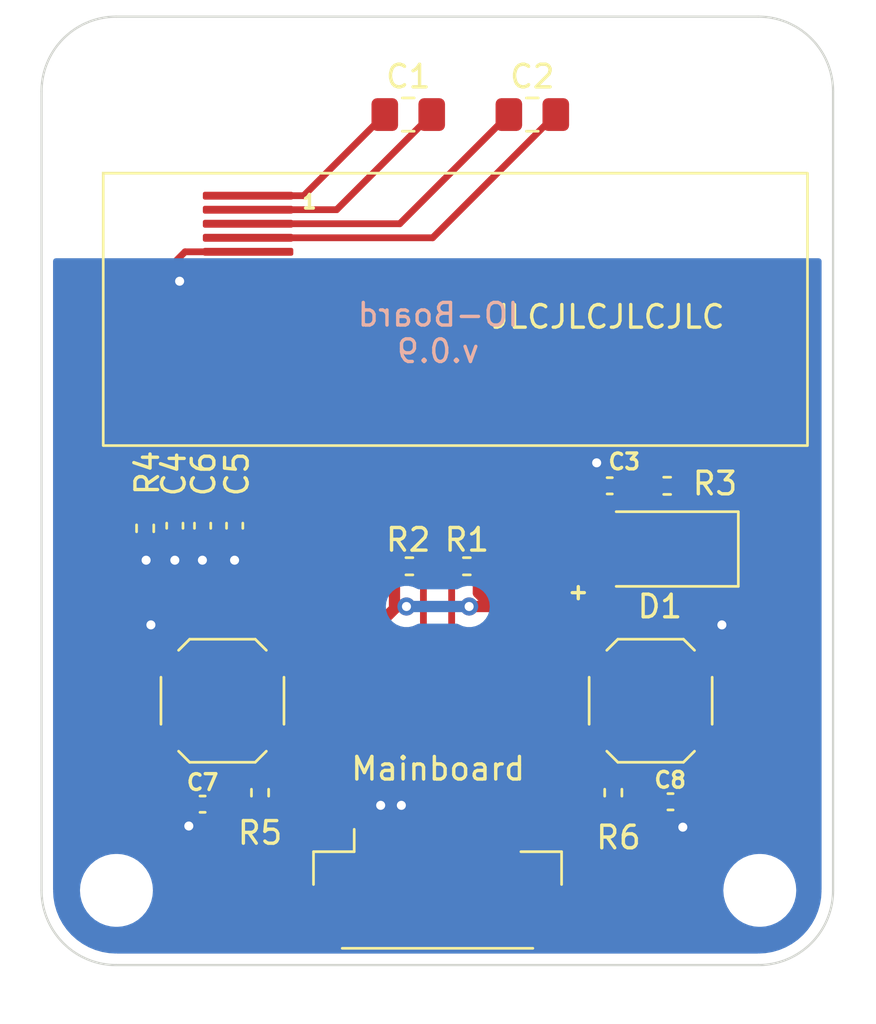
<source format=kicad_pcb>
(kicad_pcb (version 20211014) (generator pcbnew)
  (layers (0 "F.Cu" signal) (31 "B.Cu" power) (34 "B.Paste" user) (35 "F.Paste" user) (36 "B.SilkS" user "B.Silkscreen") (37 "F.SilkS" user "F.Silkscreen") (38 "B.Mask" user) (39 "F.Mask" user) (44 "Edge.Cuts" user))
  (net 0 "")
  (net 1 "Net-(C1-Pad1)")
  (net 2 "Net-(C1-Pad2)")
  (net 3 "Net-(C2-Pad1)")
  (net 4 "Net-(C2-Pad2)")
  (net 5 "/RESET")
  (net 6 "GND")
  (net 7 "Net-(C4-Pad1)")
  (net 8 "Net-(C5-Pad1)")
  (net 9 "/Btn_L")
  (net 10 "/Btn_R")
  (net 11 "+3.3V")
  (net 12 "/SDA")
  (net 13 "/SCK")
  (net 14 "Net-(J2-Pad12)")
  (net 15 "Net-(R5-Pad1)")
  (net 16 "Net-(R6-Pad1)")
  (footprint "Connector_JST:JST_GH_SM06B-GHS-TB_1x06-1MP_P1.25mm_Horizontal" (layer "F.Cu") (at 97.5106 118.618)
    (fp_text reference "J1")
    (fp_text value "Conn_01x06_Male")
    (fp_line (start -4.215 2.56) (end 4.215 2.56) (layer "F.SilkS") (width 0.12))
    (fp_line (start -5.485 -0.26) (end -5.485 -1.71) (layer "F.SilkS") (width 0.12))
    (fp_line (start 5.485 -0.26) (end 5.485 -1.71) (layer "F.SilkS") (width 0.12))
    (fp_line (start 5.485 -1.71) (end 3.685 -1.71) (layer "F.SilkS") (width 0.12))
    (fp_line (start -3.685 -1.71) (end -3.685 -2.7) (layer "F.SilkS") (width 0.12))
    (fp_line (start -5.485 -1.71) (end -3.685 -1.71) (layer "F.SilkS") (width 0.12))
    (pad "1" smd roundrect (at -3.125 -1.85) (size 0.6 1.7) (layers "F.Cu" "F.Paste" "F.Mask") (net 11 "+3.3V"))
    (pad "2" smd roundrect (at -1.875 -1.85) (size 0.6 1.7) (layers "F.Cu" "F.Paste" "F.Mask") (net 6 "GND"))
    (pad "3" smd roundrect (at -0.625 -1.85) (size 0.6 1.7) (layers "F.Cu" "F.Paste" "F.Mask") (net 12 "/SDA"))
    (pad "4" smd roundrect (at 0.625 -1.85) (size 0.6 1.7) (layers "F.Cu" "F.Paste" "F.Mask") (net 13 "/SCK"))
    (pad "5" smd roundrect (at 1.875 -1.85) (size 0.6 1.7) (layers "F.Cu" "F.Paste" "F.Mask") (net 9 "/Btn_L"))
    (pad "6" smd roundrect (at 3.125 -1.85) (size 0.6 1.7) (layers "F.Cu" "F.Paste" "F.Mask") (net 10 "/Btn_R"))
    (pad "MP" smd roundrect (at -4.975 1.35) (size 1 2.7) (layers "F.Cu" "F.Paste" "F.Mask"))
    (pad "MP" smd roundrect (at 4.975 1.35) (size 1 2.7) (layers "F.Cu" "F.Paste" "F.Mask"))
  )
  (footprint "Capacitor_SMD:C_0402_1005Metric_Pad0.74x0.62mm_HandSolder" (layer "F.Cu") (at 107.811835 114.702 180)
    (fp_text reference "C8" (at 0.014235 0.9608) (layer "F.SilkS") (effects (font (size 0.7 0.7))))
    (fp_text value "0.1u")
    (fp_line (start -0.115835 -0.36) (end 0.115835 -0.36) (layer "F.SilkS") (width 0.12))
    (fp_line (start -0.115835 0.36) (end 0.115835 0.36) (layer "F.SilkS") (width 0.12))
    (pad "1" smd roundrect (at -0.5675 0 180) (size 0.735 0.62) (layers "F.Cu" "F.Paste" "F.Mask") (net 6 "GND"))
    (pad "2" smd roundrect (at 0.5675 0 180) (size 0.735 0.62) (layers "F.Cu" "F.Paste" "F.Mask") (net 10 "/Btn_R"))
  )
  (footprint "Capacitor_SMD:C_0805_2012Metric_Pad1.18x1.45mm_HandSolder" (layer "F.Cu") (at 96.2152 84.328)
    (fp_text reference "C1" (at 0 -1.68) (layer "F.SilkS"))
    (fp_text value "1u")
    (fp_line (start -0.261252 0.735) (end 0.261252 0.735) (layer "F.SilkS") (width 0.12))
    (fp_line (start -0.261252 -0.735) (end 0.261252 -0.735) (layer "F.SilkS") (width 0.12))
    (pad "1" smd roundrect (at -1.0375 0) (size 1.175 1.45) (layers "F.Cu" "F.Paste" "F.Mask") (roundrect_rratio 0.2127659574) (net 1 "Net-(C1-Pad1)"))
    (pad "2" smd roundrect (at 1.0375 0) (size 1.175 1.45) (layers "F.Cu" "F.Paste" "F.Mask") (roundrect_rratio 0.2127659574) (net 2 "Net-(C1-Pad2)"))
  )
  (footprint "Resistor_SMD:R_0402_1005Metric" (layer "F.Cu") (at 89.662 114.3 -90)
    (fp_text reference "R5" (at 1.778 0 180) (layer "F.SilkS"))
    (fp_text value "4.7K")
    (fp_line (start -0.153641 0.38) (end 0.153641 0.38) (layer "F.SilkS") (width 0.12))
    (fp_line (start -0.153641 -0.38) (end 0.153641 -0.38) (layer "F.SilkS") (width 0.12))
    (pad "1" smd roundrect (at -0.51 0 270) (size 0.54 0.64) (layers "F.Cu" "F.Paste" "F.Mask") (net 15 "Net-(R5-Pad1)"))
    (pad "2" smd roundrect (at 0.51 0 270) (size 0.54 0.64) (layers "F.Cu" "F.Paste" "F.Mask") (net 9 "/Btn_L"))
  )
  (footprint "Diode_SMD:D_SMA" (layer "F.Cu") (at 107.41 103.5304 180)
    (fp_text reference "D1" (at 0.0696 -2.54) (layer "F.SilkS"))
    (fp_text value "SS14")
    (fp_line (start -3.4 -1.65) (end 2 -1.65) (layer "F.SilkS") (width 0.12))
    (fp_line (start -3.4 -1.65) (end -3.4 1.65) (layer "F.SilkS") (width 0.12))
    (fp_line (start -3.4 1.65) (end 2 1.65) (layer "F.SilkS") (width 0.12))
    (pad "1" smd rect (at -2 0 180) (size 2.5 1.8) (layers "F.Cu" "F.Paste" "F.Mask") (net 11 "+3.3V"))
    (pad "2" smd rect (at 2 0 180) (size 2.5 1.8) (layers "F.Cu" "F.Paste" "F.Mask") (net 5 "/RESET"))
  )
  (footprint "Capacitor_SMD:C_0402_1005Metric_Pad0.74x0.62mm_HandSolder" (layer "F.Cu") (at 87.122 102.500165 -90)
    (fp_text reference "C6" (at -2.286 -0.042 90) (layer "F.SilkS"))
    (fp_text value "0.1u")
    (fp_line (start -0.115835 0.36) (end 0.115835 0.36) (layer "F.SilkS") (width 0.12))
    (fp_line (start -0.115835 -0.36) (end 0.115835 -0.36) (layer "F.SilkS") (width 0.12))
    (pad "1" smd roundrect (at -0.5675 0 270) (size 0.735 0.62) (layers "F.Cu" "F.Paste" "F.Mask") (net 8 "Net-(C5-Pad1)"))
    (pad "2" smd roundrect (at 0.5675 0 270) (size 0.735 0.62) (layers "F.Cu" "F.Paste" "F.Mask") (net 6 "GND"))
  )
  (footprint "Resistor_SMD:R_0402_1005Metric" (layer "F.Cu") (at 98.806 104.2924)
    (fp_text reference "R1" (at 0 -1.17) (layer "F.SilkS"))
    (fp_text value "4.7K")
    (fp_line (start -0.153641 -0.38) (end 0.153641 -0.38) (layer "F.SilkS") (width 0.12))
    (fp_line (start -0.153641 0.38) (end 0.153641 0.38) (layer "F.SilkS") (width 0.12))
    (pad "1" smd roundrect (at -0.51 0) (size 0.54 0.64) (layers "F.Cu" "F.Paste" "F.Mask") (net 13 "/SCK"))
    (pad "2" smd roundrect (at 0.51 0) (size 0.54 0.64) (layers "F.Cu" "F.Paste" "F.Mask") (net 11 "+3.3V"))
  )
  (footprint "Resistor_SMD:R_0402_1005Metric" (layer "F.Cu") (at 107.664 100.7364)
    (fp_text reference "R3" (at 2.1148 -0.1016) (layer "F.SilkS"))
    (fp_text value "4.7K")
    (fp_line (start -0.153641 0.38) (end 0.153641 0.38) (layer "F.SilkS") (width 0.12))
    (fp_line (start -0.153641 -0.38) (end 0.153641 -0.38) (layer "F.SilkS") (width 0.12))
    (pad "1" smd roundrect (at -0.51 0) (size 0.54 0.64) (layers "F.Cu" "F.Paste" "F.Mask") (net 5 "/RESET"))
    (pad "2" smd roundrect (at 0.51 0) (size 0.54 0.64) (layers "F.Cu" "F.Paste" "F.Mask") (net 11 "+3.3V"))
  )
  (footprint "Resistor_SMD:R_0402_1005Metric" (layer "F.Cu") (at 105.282 114.3 -90)
    (fp_text reference "R6" (at 1.9812 -0.2296 180) (layer "F.SilkS"))
    (fp_text value "4.7K")
    (fp_line (start -0.153641 -0.38) (end 0.153641 -0.38) (layer "F.SilkS") (width 0.12))
    (fp_line (start -0.153641 0.38) (end 0.153641 0.38) (layer "F.SilkS") (width 0.12))
    (pad "1" smd roundrect (at -0.51 0 270) (size 0.54 0.64) (layers "F.Cu" "F.Paste" "F.Mask") (net 16 "Net-(R6-Pad1)"))
    (pad "2" smd roundrect (at 0.51 0 270) (size 0.54 0.64) (layers "F.Cu" "F.Paste" "F.Mask") (net 10 "/Btn_R"))
  )
  (footprint "MountingHole:MountingHole_2.2mm_M2" (layer "F.Cu") (at 111.76 83.312)
    (fp_text reference "H4")
    (fp_text value "MountingHole")
    (pad "" np_thru_hole circle (at 0 0) (size 2.2 2.2) (drill 2.2) (layers *.Cu *.Mask))
  )
  (footprint "Capacitor_SMD:C_0805_2012Metric_Pad1.18x1.45mm_HandSolder" (layer "F.Cu") (at 101.7016 84.328)
    (fp_text reference "C2" (at 0 -1.68) (layer "F.SilkS"))
    (fp_text value "1u")
    (fp_line (start -0.261252 0.735) (end 0.261252 0.735) (layer "F.SilkS") (width 0.12))
    (fp_line (start -0.261252 -0.735) (end 0.261252 -0.735) (layer "F.SilkS") (width 0.12))
    (pad "1" smd roundrect (at -1.0375 0) (size 1.175 1.45) (layers "F.Cu" "F.Paste" "F.Mask") (roundrect_rratio 0.2127659574) (net 3 "Net-(C2-Pad1)"))
    (pad "2" smd roundrect (at 1.0375 0) (size 1.175 1.45) (layers "F.Cu" "F.Paste" "F.Mask") (roundrect_rratio 0.2127659574) (net 4 "Net-(C2-Pad2)"))
  )
  (footprint "Resistor_SMD:R_0402_1005Metric" (layer "F.Cu") (at 84.582 102.616 -90)
    (fp_text reference "R4" (at -2.452635 -0.0928 90) (layer "F.SilkS"))
    (fp_text value "560K")
    (fp_line (start -0.153641 0.38) (end 0.153641 0.38) (layer "F.SilkS") (width 0.12))
    (fp_line (start -0.153641 -0.38) (end 0.153641 -0.38) (layer "F.SilkS") (width 0.12))
    (pad "1" smd roundrect (at -0.51 0 270) (size 0.54 0.64) (layers "F.Cu" "F.Paste" "F.Mask") (net 14 "Net-(J2-Pad12)"))
    (pad "2" smd roundrect (at 0.51 0 270) (size 0.54 0.64) (layers "F.Cu" "F.Paste" "F.Mask") (net 6 "GND"))
  )
  (footprint "Capacitor_SMD:C_0402_1005Metric_Pad0.74x0.62mm_HandSolder" (layer "F.Cu") (at 87.122 114.808)
    (fp_text reference "C7" (at 0 -0.9652) (layer "F.SilkS") (effects (font (size 0.7 0.7))))
    (fp_text value "0.1u")
    (fp_line (start -0.115835 0.36) (end 0.115835 0.36) (layer "F.SilkS") (width 0.12))
    (fp_line (start -0.115835 -0.36) (end 0.115835 -0.36) (layer "F.SilkS") (width 0.12))
    (pad "1" smd roundrect (at -0.5675 0) (size 0.735 0.62) (layers "F.Cu" "F.Paste" "F.Mask") (net 6 "GND"))
    (pad "2" smd roundrect (at 0.5675 0) (size 0.735 0.62) (layers "F.Cu" "F.Paste" "F.Mask") (net 9 "/Btn_L"))
  )
  (footprint "Capacitor_SMD:C_0402_1005Metric_Pad0.74x0.62mm_HandSolder" (layer "F.Cu") (at 105.124 100.7364 180)
    (fp_text reference "C3" (at -0.6416 1.0668) (layer "F.SilkS") (effects (font (size 0.7 0.7))))
    (fp_text value "10u")
    (fp_line (start -0.115835 0.36) (end 0.115835 0.36) (layer "F.SilkS") (width 0.12))
    (fp_line (start -0.115835 -0.36) (end 0.115835 -0.36) (layer "F.SilkS") (width 0.12))
    (pad "1" smd roundrect (at -0.5675 0 180) (size 0.735 0.62) (layers "F.Cu" "F.Paste" "F.Mask") (net 5 "/RESET"))
    (pad "2" smd roundrect (at 0.5675 0 180) (size 0.735 0.62) (layers "F.Cu" "F.Paste" "F.Mask") (net 6 "GND"))
  )
  (footprint "MountingHole:MountingHole_2.2mm_M2" (layer "F.Cu") (at 83.312 83.312)
    (fp_text reference "H3")
    (fp_text value "MountingHole")
    (pad "" np_thru_hole circle (at 0 0) (size 2.2 2.2) (drill 2.2) (layers *.Cu *.Mask))
  )
  (footprint "MountingHole:MountingHole_2.2mm_M2" (layer "F.Cu") (at 83.312 118.618)
    (fp_text reference "H2")
    (fp_text value "MountingHole")
    (pad "" np_thru_hole circle (at 0 0) (size 2.2 2.2) (drill 2.2) (layers *.Cu *.Mask))
  )
  (footprint "Button_Switch_SMD:SW_SPST_SKQG_WithStem" (layer "F.Cu") (at 88 110.236)
    (fp_text reference "SW1")
    (fp_text value "C202424")
    (fp_line (start -1.45 2.72) (end 1.45 2.72) (layer "F.SilkS") (width 0.12))
    (fp_line (start 1.45 -2.72) (end 1.94 -2.23) (layer "F.SilkS") (width 0.12))
    (fp_line (start 2.72 1.04) (end 2.72 -1.04) (layer "F.SilkS") (width 0.12))
    (fp_line (start -1.45 -2.72) (end 1.45 -2.72) (layer "F.SilkS") (width 0.12))
    (fp_line (start -1.45 2.72) (end -1.94 2.23) (layer "F.SilkS") (width 0.12))
    (fp_line (start 1.45 2.72) (end 1.94 2.23) (layer "F.SilkS") (width 0.12))
    (fp_line (start -2.72 1.04) (end -2.72 -1.04) (layer "F.SilkS") (width 0.12))
    (fp_line (start -1.45 -2.72) (end -1.94 -2.23) (layer "F.SilkS") (width 0.12))
    (pad "1" smd rect (at -3.1 -1.85) (size 1.8 1.1) (layers "F.Cu" "F.Paste" "F.Mask") (net 6 "GND"))
    (pad "1" smd rect (at 3.1 -1.85) (size 1.8 1.1) (layers "F.Cu" "F.Paste" "F.Mask") (net 6 "GND"))
    (pad "2" smd rect (at -3.1 1.85) (size 1.8 1.1) (layers "F.Cu" "F.Paste" "F.Mask") (net 15 "Net-(R5-Pad1)"))
    (pad "2" smd rect (at 3.1 1.85) (size 1.8 1.1) (layers "F.Cu" "F.Paste" "F.Mask") (net 15 "Net-(R5-Pad1)"))
    (zone (net 0) (net_name "") (layer "F.Cu") (connect_pads (clearance 0)) (min_thickness 0.254)
      (keepout (tracks not_allowed) (vias not_allowed) (pads not_allowed) (copperpour not_allowed) (footprints not_allowed))
      (fill (thermal_gap 0.508) (thermal_bridge_width 0.508))
      (polygon (pts (xy 89 108.936) (xy 92 108.936) (xy 92 111.536) (xy 89 111.536)))
    )
    (zone (net 0) (net_name "") (layer "F.Cu") (connect_pads (clearance 0)) (min_thickness 0.254)
      (keepout (tracks not_allowed) (vias not_allowed) (pads not_allowed) (copperpour not_allowed) (footprints not_allowed))
      (fill (thermal_gap 0.508) (thermal_bridge_width 0.508))
      (polygon (pts (xy 84 108.936) (xy 87 108.936) (xy 87 111.536) (xy 84 111.536)))
    )
  )
  (footprint "MountingHole:MountingHole_2.2mm_M2" (layer "F.Cu") (at 111.76 118.618)
    (fp_text reference "H1")
    (fp_text value "MountingHole")
    (pad "" np_thru_hole circle (at 0 0) (size 2.2 2.2) (drill 2.2) (layers *.Cu *.Mask))
  )
  (footprint "SSD1306:SSD1306_Display_14PIN" (layer "F.Cu") (at 94.1324 92.9132)
    (fp_text reference "J2")
    (fp_text value "Conn_01x14")
    (fp_text user "1" (at -2.286 -4.7244 unlocked) (layer "F.SilkS") (effects (font (size 0.6 0.6))))
    (fp_rect (start -11.4046 -5.9944) (end 19.7358 6.0452) (layer "F.SilkS") (width 0.12) (fill none))
    (pad "1" smd roundrect (at -5 -5) (size 4 0.35) (layers "F.Cu" "F.Paste" "F.Mask") (net 1 "Net-(C1-Pad1)"))
    (pad "2" smd roundrect (at -5 -4.38) (size 4 0.35) (layers "F.Cu" "F.Paste" "F.Mask") (net 2 "Net-(C1-Pad2)"))
    (pad "3" smd roundrect (at -5 -3.76) (size 4 0.35) (layers "F.Cu" "F.Paste" "F.Mask") (net 3 "Net-(C2-Pad1)"))
    (pad "4" smd roundrect (at -5 -3.14) (size 4 0.35) (layers "F.Cu" "F.Paste" "F.Mask") (net 4 "Net-(C2-Pad2)"))
    (pad "5" smd roundrect (at -5 -2.52) (size 4 0.35) (layers "F.Cu" "F.Paste" "F.Mask") (net 11 "+3.3V"))
    (pad "6" smd roundrect (at -5 -1.9) (size 4 0.35) (layers "F.Cu" "F.Paste" "F.Mask"))
    (pad "7" smd roundrect (at -5 -1.28) (size 4 0.35) (layers "F.Cu" "F.Paste" "F.Mask") (net 6 "GND"))
    (pad "8" smd roundrect (at -5 -0.66) (size 4 0.35) (layers "F.Cu" "F.Paste" "F.Mask") (net 11 "+3.3V"))
    (pad "9" smd roundrect (at -5 -0.04) (size 4 0.35) (layers "F.Cu" "F.Paste" "F.Mask") (net 5 "/RESET"))
    (pad "10" smd roundrect (at -5 0.58) (size 4 0.35) (layers "F.Cu" "F.Paste" "F.Mask") (net 13 "/SCK"))
    (pad "11" smd roundrect (at -5 1.2) (size 4 0.35) (layers "F.Cu" "F.Paste" "F.Mask") (net 12 "/SDA"))
    (pad "12" smd roundrect (at -5 1.82) (size 4 0.35) (layers "F.Cu" "F.Paste" "F.Mask") (net 14 "Net-(J2-Pad12)"))
    (pad "13" smd roundrect (at -5 2.44) (size 4 0.35) (layers "F.Cu" "F.Paste" "F.Mask") (net 7 "Net-(C4-Pad1)"))
    (pad "14" smd roundrect (at -5 3.06) (size 4 0.35) (layers "F.Cu" "F.Paste" "F.Mask") (net 8 "Net-(C5-Pad1)"))
  )
  (footprint "Capacitor_SMD:C_0402_1005Metric_Pad0.74x0.62mm_HandSolder" (layer "F.Cu") (at 85.894 102.500165 -90)
    (fp_text reference "C4" (at -2.286 0.042 90) (layer "F.SilkS"))
    (fp_text value "2.2u")
    (fp_line (start -0.115835 0.36) (end 0.115835 0.36) (layer "F.SilkS") (width 0.12))
    (fp_line (start -0.115835 -0.36) (end 0.115835 -0.36) (layer "F.SilkS") (width 0.12))
    (pad "1" smd roundrect (at -0.5675 0 270) (size 0.735 0.62) (layers "F.Cu" "F.Paste" "F.Mask") (net 7 "Net-(C4-Pad1)"))
    (pad "2" smd roundrect (at 0.5675 0 270) (size 0.735 0.62) (layers "F.Cu" "F.Paste" "F.Mask") (net 6 "GND"))
  )
  (footprint "Button_Switch_SMD:SW_SPST_SKQG_WithStem" (layer "F.Cu") (at 106.934 110.236)
    (fp_text reference "SW2")
    (fp_text value "C202424")
    (fp_line (start -1.45 2.72) (end -1.94 2.23) (layer "F.SilkS") (width 0.12))
    (fp_line (start -2.72 1.04) (end -2.72 -1.04) (layer "F.SilkS") (width 0.12))
    (fp_line (start 1.45 -2.72) (end 1.94 -2.23) (layer "F.SilkS") (width 0.12))
    (fp_line (start -1.45 -2.72) (end 1.45 -2.72) (layer "F.SilkS") (width 0.12))
    (fp_line (start -1.45 2.72) (end 1.45 2.72) (layer "F.SilkS") (width 0.12))
    (fp_line (start 2.72 1.04) (end 2.72 -1.04) (layer "F.SilkS") (width 0.12))
    (fp_line (start -1.45 -2.72) (end -1.94 -2.23) (layer "F.SilkS") (width 0.12))
    (fp_line (start 1.45 2.72) (end 1.94 2.23) (layer "F.SilkS") (width 0.12))
    (pad "1" smd rect (at -3.1 -1.85) (size 1.8 1.1) (layers "F.Cu" "F.Paste" "F.Mask") (net 6 "GND"))
    (pad "1" smd rect (at 3.1 -1.85) (size 1.8 1.1) (layers "F.Cu" "F.Paste" "F.Mask") (net 6 "GND"))
    (pad "2" smd rect (at -3.1 1.85) (size 1.8 1.1) (layers "F.Cu" "F.Paste" "F.Mask") (net 16 "Net-(R6-Pad1)"))
    (pad "2" smd rect (at 3.1 1.85) (size 1.8 1.1) (layers "F.Cu" "F.Paste" "F.Mask") (net 16 "Net-(R6-Pad1)"))
    (zone (net 0) (net_name "") (layer "F.Cu") (connect_pads (clearance 0)) (min_thickness 0.254)
      (keepout (tracks not_allowed) (vias not_allowed) (pads not_allowed) (copperpour not_allowed) (footprints not_allowed))
      (fill (thermal_gap 0.508) (thermal_bridge_width 0.508))
      (polygon (pts (xy 107.934 108.936) (xy 110.934 108.936) (xy 110.934 111.536) (xy 107.934 111.536)))
    )
    (zone (net 0) (net_name "") (layer "F.Cu") (connect_pads (clearance 0)) (min_thickness 0.254)
      (keepout (tracks not_allowed) (vias not_allowed) (pads not_allowed) (copperpour not_allowed) (footprints not_allowed))
      (fill (thermal_gap 0.508) (thermal_bridge_width 0.508))
      (polygon (pts (xy 102.934 108.936) (xy 105.934 108.936) (xy 105.934 111.536) (xy 102.934 111.536)))
    )
  )
  (footprint "Resistor_SMD:R_0402_1005Metric" (layer "F.Cu") (at 96.266 104.2924 180)
    (fp_text reference "R2" (at 0.0508 1.1684) (layer "F.SilkS"))
    (fp_text value "4.7K")
    (fp_line (start -0.153641 0.38) (end 0.153641 0.38) (layer "F.SilkS") (width 0.12))
    (fp_line (start -0.153641 -0.38) (end 0.153641 -0.38) (layer "F.SilkS") (width 0.12))
    (pad "1" smd roundrect (at -0.51 0 180) (size 0.54 0.64) (layers "F.Cu" "F.Paste" "F.Mask") (net 12 "/SDA"))
    (pad "2" smd roundrect (at 0.51 0 180) (size 0.54 0.64) (layers "F.Cu" "F.Paste" "F.Mask") (net 11 "+3.3V"))
  )
  (footprint "Capacitor_SMD:C_0402_1005Metric_Pad0.74x0.62mm_HandSolder" (layer "F.Cu") (at 88.54 102.500165 -90)
    (fp_text reference "C5" (at -2.286 -0.0972 90) (layer "F.SilkS"))
    (fp_text value "4.7u")
    (fp_line (start -0.115835 -0.36) (end 0.115835 -0.36) (layer "F.SilkS") (width 0.12))
    (fp_line (start -0.115835 0.36) (end 0.115835 0.36) (layer "F.SilkS") (width 0.12))
    (pad "1" smd roundrect (at -0.5675 0 270) (size 0.735 0.62) (layers "F.Cu" "F.Paste" "F.Mask") (net 8 "Net-(C5-Pad1)"))
    (pad "2" smd roundrect (at 0.5675 0 270) (size 0.735 0.62) (layers "F.Cu" "F.Paste" "F.Mask") (net 6 "GND"))
  )
  (gr_line (start 83.302 80) (end 111.698 80) (layer "Edge.Cuts") (width 0.1))
  (gr_arc (start 115 118.618) (mid 114.032867 120.952867) (end 111.698 121.92) (layer "Edge.Cuts") (width 0.1))
  (gr_line (start 115 83.302) (end 115 118.618) (layer "Edge.Cuts") (width 0.1))
  (gr_arc (start 80 83.302) (mid 80.967133 80.967133) (end 83.302 80) (layer "Edge.Cuts") (width 0.1))
  (gr_arc (start 111.698 80) (mid 114.032867 80.967133) (end 115 83.302) (layer "Edge.Cuts") (width 0.1))
  (gr_line (start 80 118.618) (end 80 83.302) (layer "Edge.Cuts") (width 0.1))
  (gr_arc (start 83.302 121.92) (mid 80.967133 120.952867) (end 80 118.618) (layer "Edge.Cuts") (width 0.1))
  (gr_line (start 83.302 121.92) (end 111.698 121.92) (layer "Edge.Cuts") (width 0.1))
  (gr_text "IO-Board\nv.0.9" (at 97.536 93.98) (layer "B.SilkS") (effects (font (size 1 1)) (justify mirror)))
  (gr_text "+" (at 103.7336 105.41) (layer "F.SilkS") (effects (font (size 0.7 0.7))))
  (gr_text "Mainboard\n\n" (at 97.536 114.046) (layer "F.SilkS") (effects (font (size 1 1))))
  (gr_text "JLCJLCJLCJLC" (at 105.0544 93.2688) (layer "F.SilkS") (effects (font (size 1 1))))
  (segment (start 89.1324 87.9132) (end 91.5925 87.9132) (width 0.3) (layer "F.Cu") (net 1))
  (segment (start 91.5925 87.9132) (end 95.1777 84.328) (width 0.3) (layer "F.Cu") (net 1))
  (segment (start 89.1324 88.5332) (end 93.0475 88.5332) (width 0.3) (layer "F.Cu") (net 2))
  (segment (start 93.0475 88.5332) (end 97.2527 84.328) (width 0.3) (layer "F.Cu") (net 2))
  (segment (start 89.1324 89.1532) (end 95.8389 89.1532) (width 0.3) (layer "F.Cu") (net 3))
  (segment (start 95.8389 89.1532) (end 100.6641 84.328) (width 0.3) (layer "F.Cu") (net 3))
  (segment (start 89.1324 89.7732) (end 97.2939 89.7732) (width 0.3) (layer "F.Cu") (net 4))
  (segment (start 97.2939 89.7732) (end 102.7391 84.328) (width 0.3) (layer "F.Cu") (net 4))
  (segment (start 105.6915 100.7364) (end 107.154 100.7364) (width 0.5) (layer "F.Cu") (net 5))
  (segment (start 105.664 100.7639) (end 105.6915 100.7364) (width 0.5) (layer "F.Cu") (net 5))
  (segment (start 89.1324 92.8732) (end 98.759861 92.8732) (width 0.3) (layer "F.Cu") (net 5))
  (segment (start 105.6915 99.804839) (end 105.6915 100.7364) (width 0.3) (layer "F.Cu") (net 5))
  (segment (start 105.41 103.5304) (end 105.664 103.2764) (width 0.5) (layer "F.Cu") (net 5))
  (segment (start 105.664 103.2764) (end 105.664 100.7639) (width 0.5) (layer "F.Cu") (net 5))
  (segment (start 98.759861 92.8732) (end 105.6915 99.804839) (width 0.3) (layer "F.Cu") (net 5))
  (segment (start 86.5545 115.7311) (end 86.5124 115.7732) (width 0.3) (layer "F.Cu") (net 6))
  (segment (start 110.034 108.386) (end 110.034 106.9328) (width 0.3) (layer "F.Cu") (net 6))
  (segment (start 85.894 103.067665) (end 85.894 104.024165) (width 0.5) (layer "F.Cu") (net 6))
  (segment (start 86.5545 114.808) (end 86.5545 115.7311) (width 0.3) (layer "F.Cu") (net 6))
  (segment (start 87.122 103.067665) (end 87.122 104.015365) (width 0.5) (layer "F.Cu") (net 6))
  (segment (start 103.834 108.386) (end 110.034 108.386) (width 0.3) (layer "F.Cu") (net 6))
  (segment (start 108.379335 114.702) (end 108.379335 115.801065) (width 0.3) (layer "F.Cu") (net 6))
  (segment (start 87.122 104.015365) (end 87.1132 104.024165) (width 0.5) (layer "F.Cu") (net 6))
  (segment (start 84.9 108.386) (end 84.9 106.9472) (width 0.3) (layer "F.Cu") (net 6))
  (segment (start 88.54 104.019765) (end 88.5356 104.024165) (width 0.5) (layer "F.Cu") (net 6))
  (segment (start 84.582 103.126) (end 84.582 103.982165) (width 0.5) (layer "F.Cu") (net 6))
  (segment (start 108.379335 115.801065) (end 108.3564 115.824) (width 0.3) (layer "F.Cu") (net 6))
  (segment (start 86.1668 91.6332) (end 86.106 91.694) (width 0.3) (layer "F.Cu") (net 6))
  (segment (start 84.582 103.982165) (end 84.624 104.024165) (width 0.5) (layer "F.Cu") (net 6))
  (segment (start 110.034 106.9328) (end 110.0836 106.8832) (width 0.3) (layer "F.Cu") (net 6))
  (segment (start 104.5565 100.7364) (end 104.5565 99.7305) (width 0.5) (layer "F.Cu") (net 6))
  (segment (start 89.1324 91.6332) (end 86.1668 91.6332) (width 0.3) (layer "F.Cu") (net 6))
  (segment (start 104.5565 99.7305) (end 104.5464 99.7204) (width 0.5) (layer "F.Cu") (net 6))
  (segment (start 84.9 106.9472) (end 84.836 106.8832) (width 0.3) (layer "F.Cu") (net 6))
  (segment (start 88.54 103.067665) (end 88.54 104.019765) (width 0.5) (layer "F.Cu") (net 6))
  (segment (start 84.9 108.386) (end 91.1 108.386) (width 0.3) (layer "F.Cu") (net 6))
  (via (at 86.5124 115.7732) (size 0.8) (drill 0.4) (layers "F.Cu" "B.Cu") (net 6))
  (via (at 87.1132 104.024165) (size 0.8) (drill 0.4) (layers "F.Cu" "B.Cu") (net 6))
  (via (at 86.106 91.694) (size 0.8) (drill 0.4) (layers "F.Cu" "B.Cu") (net 6))
  (via (at 84.836 106.8832) (size 0.8) (drill 0.4) (layers "F.Cu" "B.Cu") (net 6))
  (via (at 110.0836 106.8832) (size 0.8) (drill 0.4) (layers "F.Cu" "B.Cu") (net 6))
  (via (at 88.5356 104.024165) (size 0.8) (drill 0.4) (layers "F.Cu" "B.Cu") (net 6))
  (via (at 95.9104 114.8588) (size 0.8) (drill 0.4) (layers "F.Cu" "B.Cu") (net 6))
  (via (at 84.624 104.024165) (size 0.8) (drill 0.4) (layers "F.Cu" "B.Cu") (net 6))
  (via (at 85.894 104.024165) (size 0.8) (drill 0.4) (layers "F.Cu" "B.Cu") (net 6))
  (via (at 108.3564 115.824) (size 0.8) (drill 0.4) (layers "F.Cu" "B.Cu") (net 6))
  (via (at 104.5464 99.7204) (size 0.8) (drill 0.4) (layers "F.Cu" "B.Cu") (net 6))
  (via (at 94.996 114.8588) (size 0.8) (drill 0.4) (layers "F.Cu" "B.Cu") (net 6))
  (segment (start 85.894 101.932665) (end 85.894 96.592882) (width 0.3) (layer "F.Cu") (net 7))
  (segment (start 87.133682 95.3532) (end 89.1324 95.3532) (width 0.3) (layer "F.Cu") (net 7))
  (segment (start 85.894 96.592882) (end 87.133682 95.3532) (width 0.3) (layer "F.Cu") (net 7))
  (segment (start 88.8698 96.2358) (end 89.1324 95.9732) (width 0.3) (layer "F.Cu") (net 8))
  (segment (start 88.54 96.5656) (end 88.8698 96.2358) (width 0.3) (layer "F.Cu") (net 8))
  (segment (start 87.122 101.932665) (end 87.122 97.9836) (width 0.3) (layer "F.Cu") (net 8))
  (segment (start 88.54 101.932665) (end 88.54 96.5656) (width 0.3) (layer "F.Cu") (net 8))
  (segment (start 87.122 97.9836) (end 88.8698 96.2358) (width 0.3) (layer "F.Cu") (net 8))
  (segment (start 98.9584 118.3132) (end 93.726 118.3132) (width 0.3) (layer "F.Cu") (net 9))
  (segment (start 87.6915 114.81) (end 87.6895 114.808) (width 0.3) (layer "F.Cu") (net 9))
  (segment (start 99.3856 117.886) (end 98.9584 118.3132) (width 0.3) (layer "F.Cu") (net 9))
  (segment (start 93.726 118.3132) (end 90.2228 114.81) (width 0.3) (layer "F.Cu") (net 9))
  (segment (start 99.3856 116.768) (end 99.3856 117.886) (width 0.3) (layer "F.Cu") (net 9))
  (segment (start 89.662 114.81) (end 87.6915 114.81) (width 0.3) (layer "F.Cu") (net 9))
  (segment (start 90.2228 114.81) (end 89.662 114.81) (width 0.3) (layer "F.Cu") (net 9))
  (segment (start 101.3256 116.078) (end 104.014 116.078) (width 0.3) (layer "F.Cu") (net 10))
  (segment (start 105.282 114.81) (end 107.136335 114.81) (width 0.3) (layer "F.Cu") (net 10))
  (segment (start 107.136335 114.81) (end 107.244335 114.702) (width 0.3) (layer "F.Cu") (net 10))
  (segment (start 100.6356 116.768) (end 101.3256 116.078) (width 0.3) (layer "F.Cu") (net 10))
  (segment (start 104.014 116.078) (end 105.282 114.81) (width 0.3) (layer "F.Cu") (net 10))
  (segment (start 109.41 101.9724) (end 108.174 100.7364) (width 0.5) (layer "F.Cu") (net 11))
  (segment (start 83.058 93.681339) (end 86.346139 90.3932) (width 0.3) (layer "F.Cu") (net 11))
  (segment (start 95.6056 105.8672) (end 95.6056 104.4428) (width 0.5) (layer "F.Cu") (net 11))
  (segment (start 89.1324 92.2532) (end 86.607461 92.2532) (width 0.3) (layer "F.Cu") (net 11))
  (segment (start 83.566 105.918) (end 91.3892 105.918) (width 0.3) (layer "F.Cu") (net 11))
  (segment (start 96.1361 106.0704) (end 95.8088 106.0704) (width 0.5) (layer "F.Cu") (net 11))
  (segment (start 107.8992 106.0704) (end 99.9236 106.0704) (width 0.5) (layer "F.Cu") (net 11))
  (segment (start 95.8088 106.0704) (end 95.6056 105.8672) (width 0.5) (layer "F.Cu") (net 11))
  (segment (start 93.6244 115.316) (end 93.6244 108.1532) (width 0.5) (layer "F.Cu") (net 11))
  (segment (start 86.607461 92.2532) (end 83.058 95.802661) (width 0.3) (layer "F.Cu") (net 11))
  (segment (start 95.6056 106.172) (end 95.6056 105.8672) (width 0.5) (layer "F.Cu") (net 11))
  (segment (start 94.3856 116.0772) (end 93.6244 115.316) (width 0.5) (layer "F.Cu") (net 11))
  (segment (start 109.41 103.5304) (end 109.41 104.5596) (width 0.5) (layer "F.Cu") (net 11))
  (segment (start 94.3856 116.768) (end 94.3856 116.0772) (width 0.5) (layer "F.Cu") (net 11))
  (segment (start 91.3892 105.918) (end 93.6244 108.1532) (width 0.3) (layer "F.Cu") (net 11))
  (segment (start 95.6056 104.4428) (end 95.756 104.2924) (width 0.5) (layer "F.Cu") (net 11))
  (segment (start 83.058 105.41) (end 83.566 105.918) (width 0.3) (layer "F.Cu") (net 11))
  (segment (start 83.058 95.802661) (end 83.058 105.41) (width 0.3) (layer "F.Cu") (net 11))
  (segment (start 99.9236 106.0704) (end 99.316 105.4628) (width 0.5) (layer "F.Cu") (net 11))
  (segment (start 109.41 103.5304) (end 109.41 101.9724) (width 0.5) (layer "F.Cu") (net 11))
  (segment (start 99.9236 106.0704) (end 98.9076 106.0704) (width 0.5) (layer "F.Cu") (net 11))
  (segment (start 93.6244 108.1532) (end 95.6056 106.172) (width 0.5) (layer "F.Cu") (net 11))
  (segment (start 109.41 104.5596) (end 107.8992 106.0704) (width 0.5) (layer "F.Cu") (net 11))
  (segment (start 83.058 95.802661) (end 83.058 93.681339) (width 0.3) (layer "F.Cu") (net 11))
  (segment (start 99.316 105.4628) (end 99.316 104.2924) (width 0.5) (layer "F.Cu") (net 11))
  (segment (start 86.346139 90.3932) (end 89.1324 90.3932) (width 0.3) (layer "F.Cu") (net 11))
  (via (at 98.9076 106.0704) (size 0.8) (drill 0.4) (layers "F.Cu" "B.Cu") (net 11))
  (via (at 96.1361 106.0704) (size 0.8) (drill 0.4) (layers "F.Cu" "B.Cu") (net 11))
  (segment (start 98.9076 106.0704) (end 96.1361 106.0704) (width 0.5) (layer "B.Cu") (net 11))
  (segment (start 96.776 97.792) (end 93.0972 94.1132) (width 0.3) (layer "F.Cu") (net 12))
  (segment (start 96.776 104.2924) (end 96.776 97.792) (width 0.3) (layer "F.Cu") (net 12))
  (segment (start 93.0972 94.1132) (end 89.1324 94.1132) (width 0.3) (layer "F.Cu") (net 12))
  (segment (start 96.8856 104.402) (end 96.776 104.2924) (width 0.3) (layer "F.Cu") (net 12))
  (segment (start 96.8856 116.768) (end 96.8856 104.402) (width 0.3) (layer "F.Cu") (net 12))
  (segment (start 98.296 104.2924) (end 98.296 98.296) (width 0.3) (layer "F.Cu") (net 13))
  (segment (start 98.1356 104.4528) (end 98.296 104.2924) (width 0.3) (layer "F.Cu") (net 13))
  (segment (start 98.1356 116.768) (end 98.1356 104.4528) (width 0.3) (layer "F.Cu") (net 13))
  (segment (start 93.472 93.472) (end 89.1536 93.472) (width 0.3) (layer "F.Cu") (net 13))
  (segment (start 98.296 98.296) (end 93.472 93.472) (width 0.3) (layer "F.Cu") (net 13))
  (segment (start 89.1536 93.472) (end 89.1324 93.4932) (width 0.3) (layer "F.Cu") (net 13))
  (segment (start 84.582 102.106) (end 84.582 97.197776) (width 0.3) (layer "F.Cu") (net 14))
  (segment (start 84.582 97.197776) (end 87.046576 94.7332) (width 0.3) (layer "F.Cu") (net 14))
  (segment (start 87.046576 94.7332) (end 89.1324 94.7332) (width 0.3) (layer "F.Cu") (net 14))
  (segment (start 89.662 113.79) (end 89.66 113.79) (width 0.3) (layer "F.Cu") (net 15))
  (segment (start 88.32 112.086) (end 91.1 112.086) (width 0.3) (layer "F.Cu") (net 15))
  (segment (start 88.32 112.086) (end 84.9 112.086) (width 0.3) (layer "F.Cu") (net 15))
  (segment (start 89.66 113.79) (end 87.956 112.086) (width 0.3) (layer "F.Cu") (net 15))
  (segment (start 87.956 112.086) (end 88.32 112.086) (width 0.3) (layer "F.Cu") (net 15))
  (segment (start 107.116 112.086) (end 103.834 112.086) (width 0.3) (layer "F.Cu") (net 16))
  (segment (start 107.116 112.086) (end 110.034 112.086) (width 0.3) (layer "F.Cu") (net 16))
  (segment (start 105.412 113.79) (end 107.116 112.086) (width 0.3) (layer "F.Cu") (net 16))
  (segment (start 105.282 113.79) (end 105.412 113.79) (width 0.3) (layer "F.Cu") (net 16))
  (zone (net 6) (net_name "GND") (layer "F.Cu") (connect_pads (clearance 0.508)) (min_thickness 0.254) (fill yes (thermal_gap 0.508) (thermal_bridge_width 0.508))
    (polygon (pts (xy 96.6216 115.2144) (xy 95.9104 116.1288) (xy 95.9104 117.602) (xy 95.3516 117.602) (xy 95.3516 116.167018) (xy 94.388511 115.201818) (xy 94.3864 114.0968) (xy 96.6216 114.0968)))
  )
  (zone (net 6) (net_name "GND") (layer "B.Cu") (connect_pads (clearance 0.508)) (min_thickness 0.254) (fill yes (thermal_gap 0.508) (thermal_bridge_width 0.508))
    (polygon (pts (xy 115.316 122.174) (xy 79.502 122.174) (xy 79.502 90.678) (xy 115.316 90.678)))
  )
)
</source>
